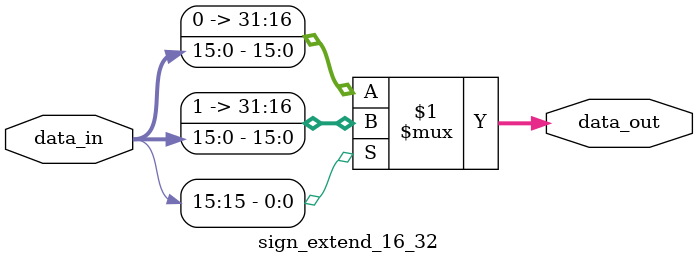
<source format=v>
module sign_extend_16_32 (
    input  wire [15:0] data_in,
    output wire [31:0] data_out
);

    assign data_out = (data_in[15]) ?  {{16{1'b1}}, data_in} : {{16{1'b0}}, data_in};

endmodule
</source>
